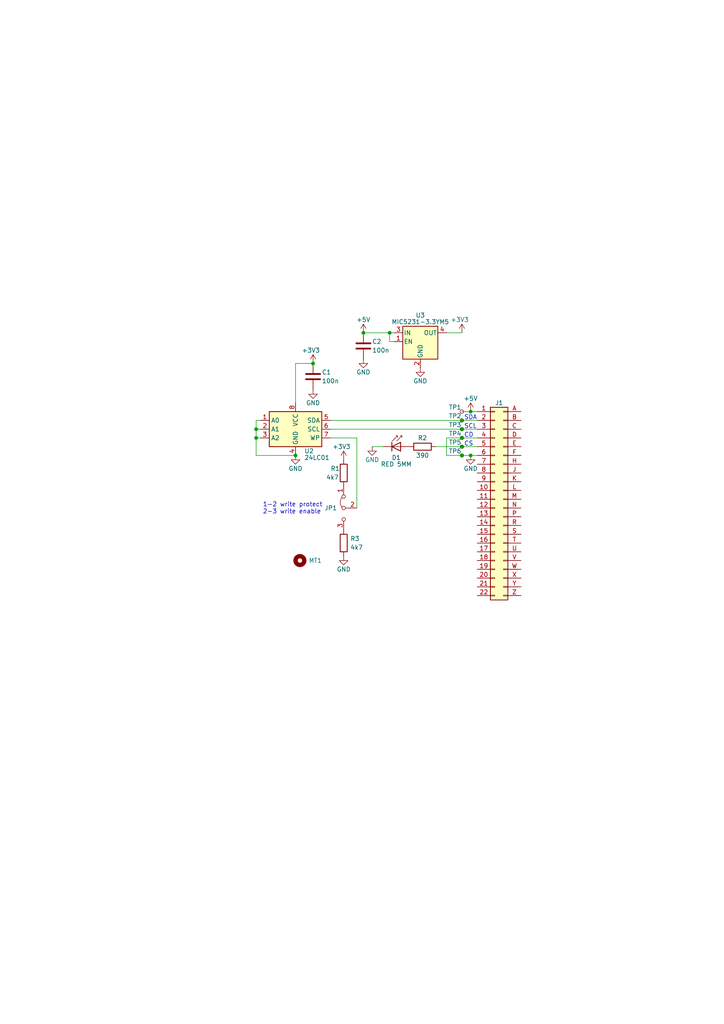
<source format=kicad_sch>
(kicad_sch (version 20230121) (generator eeschema)
  (paper "A4" portrait)
  (title_block (title "Versa64Cart") (date "2017-06-27") (rev "1.1") (comment 1 "Circuits drawn by BWACK") (comment 2 "Based on Jim Brain's Simple64Cart"))
  (lib_symbols
    (symbol "Connector:TestPoint_Small" (pin_numbers hide) (pin_names (offset 0.762) hide)
      (property "Reference" "TP" (at 0 3.81 0))
      (property "Value" "TestPoint_Small" (at 0 2.032 0))
      (symbol "TestPoint_Small_0_1"
        (circle (center 0 0) (radius 0.508))
      )
      (symbol "TestPoint_Small_1_1"
        (pin passive line (at 0 0 90) (length 0) (name "1") (number "1"))
      )
    )
    (symbol "Connector_Generic:Conn_02x22_Odd_Even" (pin_names (offset 1.016) hide)
      (property "Reference" "J1" (at 1.27 28.575 0))
      (symbol "Conn_02x22_Odd_Even_1_1"
        (rectangle (start -1.27 -27.813) (end 0 -28.067) (stroke (width 0.1524)))
        (rectangle (start -1.27 -25.273) (end 0 -25.527) (stroke (width 0.1524)))
        (rectangle (start -1.27 -22.733) (end 0 -22.987) (stroke (width 0.1524)))
        (rectangle (start -1.27 -20.193) (end 0 -20.447) (stroke (width 0.1524)))
        (rectangle (start -1.27 -17.653) (end 0 -17.907) (stroke (width 0.1524)))
        (rectangle (start -1.27 -15.113) (end 0 -15.367) (stroke (width 0.1524)))
        (rectangle (start -1.27 -12.573) (end 0 -12.827) (stroke (width 0.1524)))
        (rectangle (start -1.27 -10.033) (end 0 -10.287) (stroke (width 0.1524)))
        (rectangle (start -1.27 -7.493) (end 0 -7.747) (stroke (width 0.1524)))
        (rectangle (start -1.27 -4.953) (end 0 -5.207) (stroke (width 0.1524)))
        (rectangle (start -1.27 -2.413) (end 0 -2.667) (stroke (width 0.1524)))
        (rectangle (start -1.27 0.127) (end 0 -0.127) (stroke (width 0.1524)))
        (rectangle (start -1.27 2.667) (end 0 2.413) (stroke (width 0.1524)))
        (rectangle (start -1.27 5.207) (end 0 4.953) (stroke (width 0.1524)))
        (rectangle (start -1.27 7.747) (end 0 7.493) (stroke (width 0.1524)))
        (rectangle (start -1.27 10.287) (end 0 10.033) (stroke (width 0.1524)))
        (rectangle (start -1.27 12.827) (end 0 12.573) (stroke (width 0.1524)))
        (rectangle (start -1.27 15.367) (end 0 15.113) (stroke (width 0.1524)))
        (rectangle (start -1.27 17.907) (end 0 17.653) (stroke (width 0.1524)))
        (rectangle (start -1.27 20.447) (end 0 20.193) (stroke (width 0.1524)))
        (rectangle (start -1.27 22.987) (end 0 22.733) (stroke (width 0.1524)))
        (rectangle (start -1.27 25.527) (end 0 25.273) (stroke (width 0.1524)))
        (rectangle (start -1.27 26.67) (end 3.81 -29.21) (stroke (width 0.254)) (fill (type background)))
        (rectangle (start 3.81 -27.813) (end 2.54 -28.067) (stroke (width 0.1524)))
        (rectangle (start 3.81 -25.273) (end 2.54 -25.527) (stroke (width 0.1524)))
        (rectangle (start 3.81 -22.733) (end 2.54 -22.987) (stroke (width 0.1524)))
        (rectangle (start 3.81 -20.193) (end 2.54 -20.447) (stroke (width 0.1524)))
        (rectangle (start 3.81 -17.653) (end 2.54 -17.907) (stroke (width 0.1524)))
        (rectangle (start 3.81 -15.113) (end 2.54 -15.367) (stroke (width 0.1524)))
        (rectangle (start 3.81 -12.573) (end 2.54 -12.827) (stroke (width 0.1524)))
        (rectangle (start 3.81 -10.033) (end 2.54 -10.287) (stroke (width 0.1524)))
        (rectangle (start 3.81 -7.493) (end 2.54 -7.747) (stroke (width 0.1524)))
        (rectangle (start 3.81 -4.953) (end 2.54 -5.207) (stroke (width 0.1524)))
        (rectangle (start 3.81 -2.413) (end 2.54 -2.667) (stroke (width 0.1524)))
        (rectangle (start 3.81 0.127) (end 2.54 -0.127) (stroke (width 0.1524)))
        (rectangle (start 3.81 2.667) (end 2.54 2.413) (stroke (width 0.1524)))
        (rectangle (start 3.81 5.207) (end 2.54 4.953) (stroke (width 0.1524)))
        (rectangle (start 3.81 7.747) (end 2.54 7.493) (stroke (width 0.1524)))
        (rectangle (start 3.81 10.287) (end 2.54 10.033) (stroke (width 0.1524)))
        (rectangle (start 3.81 12.827) (end 2.54 12.573) (stroke (width 0.1524)))
        (rectangle (start 3.81 15.367) (end 2.54 15.113) (stroke (width 0.1524)))
        (rectangle (start 3.81 17.907) (end 2.54 17.653) (stroke (width 0.1524)))
        (rectangle (start 3.81 20.447) (end 2.54 20.193) (stroke (width 0.1524)))
        (rectangle (start 3.81 22.987) (end 2.54 22.733) (stroke (width 0.1524)))
        (rectangle (start 3.81 25.527) (end 2.54 25.273) (stroke (width 0.1524)))
        (pin passive line (at -5.08 25.4 0) (length 3.81) (name "") (number "1"))
        (pin passive line (at -5.08 2.54 0) (length 3.81) (name "") (number "10"))
        (pin passive line (at -5.08 0 0) (length 3.81) (name "") (number "11"))
        (pin passive line (at -5.08 -2.54 0) (length 3.81) (name "") (number "12"))
        (pin passive line (at -5.08 -5.08 0) (length 3.81) (name "") (number "13"))
        (pin passive line (at -5.08 -7.62 0) (length 3.81) (name "") (number "14"))
        (pin passive line (at -5.08 -10.16 0) (length 3.81) (name "") (number "15"))
        (pin passive line (at -5.08 -12.7 0) (length 3.81) (name "") (number "16"))
        (pin passive line (at -5.08 -15.24 0) (length 3.81) (name "") (number "17"))
        (pin passive line (at -5.08 -17.78 0) (length 3.81) (name "") (number "18"))
        (pin passive line (at -5.08 -20.32 0) (length 3.81) (name "") (number "19"))
        (pin passive line (at -5.08 22.86 0) (length 3.81) (name "") (number "2"))
        (pin passive line (at -5.08 -22.86 0) (length 3.81) (name "") (number "20"))
        (pin passive line (at -5.08 -25.4 0) (length 3.81) (name "") (number "21"))
        (pin passive line (at -5.08 -27.94 0) (length 3.81) (name "") (number "22"))
        (pin passive line (at -5.08 20.32 0) (length 3.81) (name "") (number "3"))
        (pin passive line (at -5.08 17.78 0) (length 3.81) (name "") (number "4"))
        (pin passive line (at -5.08 15.24 0) (length 3.81) (name "") (number "5"))
        (pin passive line (at -5.08 12.7 0) (length 3.81) (name "") (number "6"))
        (pin passive line (at -5.08 10.16 0) (length 3.81) (name "") (number "7"))
        (pin passive line (at -5.08 7.62 0) (length 3.81) (name "") (number "8"))
        (pin passive line (at -5.08 5.08 0) (length 3.81) (name "") (number "9"))
        (pin passive line (at 7.62 25.4 180) (length 3.81) (name "") (number "A"))
        (pin passive line (at 7.62 22.86 180) (length 3.81) (name "") (number "B"))
        (pin passive line (at 7.62 20.32 180) (length 3.81) (name "") (number "C"))
        (pin passive line (at 7.62 17.78 180) (length 3.81) (name "") (number "D"))
        (pin passive line (at 7.62 15.24 180) (length 3.81) (name "") (number "E"))
        (pin passive line (at 7.62 12.7 180) (length 3.81) (name "") (number "F"))
        (pin passive line (at 7.62 10.16 180) (length 3.81) (name "") (number "H"))
        (pin passive line (at 7.62 7.62 180) (length 3.81) (name "") (number "J"))
        (pin passive line (at 7.62 5.08 180) (length 3.81) (name "") (number "K"))
        (pin passive line (at 7.62 2.54 180) (length 3.81) (name "") (number "L"))
        (pin passive line (at 7.62 0 180) (length 3.81) (name "") (number "M"))
        (pin passive line (at 7.62 -2.54 180) (length 3.81) (name "") (number "N"))
        (pin passive line (at 7.62 -5.08 180) (length 3.81) (name "") (number "P"))
        (pin passive line (at 7.62 -7.62 180) (length 3.81) (name "") (number "R"))
        (pin passive line (at 7.62 -10.16 180) (length 3.81) (name "") (number "S"))
        (pin passive line (at 7.62 -12.7 180) (length 3.81) (name "") (number "T"))
        (pin passive line (at 7.62 -15.24 180) (length 3.81) (name "") (number "U"))
        (pin passive line (at 7.62 -17.78 180) (length 3.81) (name "") (number "V"))
        (pin passive line (at 7.62 -20.32 180) (length 3.81) (name "") (number "W"))
        (pin passive line (at 7.62 -22.86 180) (length 3.81) (name "") (number "X"))
        (pin passive line (at 7.62 -25.4 180) (length 3.81) (name "") (number "Y"))
        (pin passive line (at 7.62 -27.94 180) (length 3.81) (name "") (number "Z"))
      )
    )
    (symbol "Device:C" (pin_numbers hide) (pin_names (offset 0.254))
      (property "Reference" "C" (at 0.635 2.54 0))
      (property "Value" "C" (at 0.635 -2.54 0))
      (symbol "C_0_1"
        (polyline (pts (xy -2.032 -0.762) (xy 2.032 -0.762)) (stroke (width 0.508)))
        (polyline (pts (xy -2.032 0.762) (xy 2.032 0.762)) (stroke (width 0.508)))
      )
      (symbol "C_1_1"
        (pin passive line (at 0 3.81 270) (length 2.794) (name "~") (number "1"))
        (pin passive line (at 0 -3.81 90) (length 2.794) (name "~") (number "2"))
      )
    )
    (symbol "Device:R" (pin_numbers hide) (pin_names (offset 0))
      (property "Reference" "R" (at 2.032 0 90))
      (property "Value" "R" (at 0 0 90))
      (symbol "R_0_1"
        (rectangle (start -1.016 -2.54) (end 1.016 2.54) (stroke (width 0.254)))
      )
      (symbol "R_1_1"
        (pin passive line (at 0 3.81 270) (length 1.27) (name "~") (number "1"))
        (pin passive line (at 0 -3.81 90) (length 1.27) (name "~") (number "2"))
      )
    )
    (symbol "Jumper:Jumper_3_Bridged12" (pin_names (offset 0) hide)
      (property "Reference" "JP" (at -2.54 -2.54 0))
      (property "Value" "Jumper_3_Bridged12" (at 0 2.794 0))
      (symbol "Jumper_3_Bridged12_0_0"
        (circle (center -3.302 0) (radius 0.508))
        (circle (center 0 0) (radius 0.508))
        (circle (center 3.302 0) (radius 0.508))
      )
      (symbol "Jumper_3_Bridged12_0_1"
        (arc (start -0.254 0.508) (mid -1.651 0.9912) (end -3.048 0.508))
        (polyline (pts (xy 0 -1.27) (xy 0 -0.508)))
      )
      (symbol "Jumper_3_Bridged12_1_1"
        (pin passive line (at -6.35 0 0) (length 2.54) (name "A") (number "1"))
        (pin passive line (at 0 -3.81 90) (length 2.54) (name "C") (number "2"))
        (pin passive line (at 6.35 0 180) (length 2.54) (name "B") (number "3"))
      )
    )
    (symbol "LED:LD271" (pin_numbers hide) (pin_names (offset 1.016) hide)
      (property "Reference" "D" (at 0.508 1.778 0))
      (property "Value" "LD271" (at -1.016 -2.794 0))
      (symbol "LD271_0_1"
        (polyline (pts (xy -2.54 1.27) (xy -2.54 -1.27)) (stroke (width 0.254)))
        (polyline (pts (xy 0 0) (xy -2.54 0)))
        (polyline (pts (xy 0.381 3.175) (xy -0.127 3.175)))
        (polyline (pts (xy -1.143 1.651) (xy 0.381 3.175) (xy 0.381 2.667)))
        (polyline (pts (xy 0 -1.27) (xy -2.54 0) (xy 0 1.27) (xy 0 -1.27)) (stroke (width 0.254)))
        (polyline (pts (xy -2.413 1.651) (xy -0.889 3.175) (xy -0.889 2.667) (xy -0.889 3.175) (xy -1.397 3.175)))
      )
      (symbol "LD271_1_1"
        (pin passive line (at -5.08 0 0) (length 2.54) (name "K") (number "1"))
        (pin passive line (at 2.54 0 180) (length 2.54) (name "A") (number "2"))
      )
    )
    (symbol "Mechanical:MountingHole" (pin_names (offset 1.016))
      (property "Reference" "H" (at 0 5.08 0))
      (property "Value" "MountingHole" (at 0 3.175 0))
      (symbol "MountingHole_0_1"
        (circle (center 0 0) (radius 1.27) (stroke (width 1.27)))
      )
    )
    (symbol "Memory_EEPROM:24LC01"
      (property "Reference" "U" (at -6.35 6.35 0))
      (property "Value" "24LC01" (at 1.27 6.35 0))
      (symbol "24LC01_1_1"
        (rectangle (start -7.62 5.08) (end 7.62 -5.08) (stroke (width 0.254)) (fill (type background)))
        (pin input line (at -10.16 2.54 0) (length 2.54) (name "A0") (number "1"))
        (pin input line (at -10.16 0 0) (length 2.54) (name "A1") (number "2"))
        (pin input line (at -10.16 -2.54 0) (length 2.54) (name "A2") (number "3"))
        (pin power_in line (at 0 -7.62 90) (length 2.54) (name "GND") (number "4"))
        (pin bidirectional line (at 10.16 2.54 180) (length 2.54) (name "SDA") (number "5"))
        (pin input line (at 10.16 0 180) (length 2.54) (name "SCL") (number "6"))
        (pin input line (at 10.16 -2.54 180) (length 2.54) (name "WP") (number "7"))
        (pin power_in line (at 0 7.62 270) (length 2.54) (name "VCC") (number "8"))
      )
    )
    (symbol "Regulator_Linear:MIC5205-3.3YM5" (pin_names (offset 0.254))
      (property "Reference" "U3" (at 0 9.525 0))
      (property "Value" "MIC5205-3.3YM5" (at 0 6.985 0))
      (symbol "MIC5205-3.3YM5_0_1"
        (rectangle (start -5.08 4.445) (end 5.08 -5.08) (stroke (width 0.254)) (fill (type background)))
      )
      (symbol "MIC5205-3.3YM5_1_1"
        (pin input line (at -7.62 0 0) (length 2.54) (name "EN") (number "1"))
        (pin power_in line (at 0 -7.62 90) (length 2.54) (name "GND") (number "2"))
        (pin power_in line (at -7.62 2.54 0) (length 2.54) (name "IN") (number "3"))
        (pin power_out line (at 7.62 2.54 180) (length 2.54) (name "OUT") (number "4"))
      )
    )
    (symbol "power:+3V3" (power) (pin_names (offset 0))
      (property "Value" "+3V3" (at 0 3.556 0))
      (symbol "+3V3_0_1"
        (polyline (pts (xy -0.762 1.27) (xy 0 2.54)))
        (polyline (pts (xy 0 0) (xy 0 2.54)))
        (polyline (pts (xy 0 2.54) (xy 0.762 1.27)))
      )
      (symbol "+3V3_1_1"
        (pin power_in line (at 0 0 90) (length 0) hide (name "+3V3") (number "1"))
      )
    )
    (symbol "power:+5V" (power) (pin_names (offset 0))
      (property "Value" "+5V" (at 0 3.556 0))
      (symbol "+5V_0_1"
        (polyline (pts (xy -0.762 1.27) (xy 0 2.54)))
        (polyline (pts (xy 0 0) (xy 0 2.54)))
        (polyline (pts (xy 0 2.54) (xy 0.762 1.27)))
      )
      (symbol "+5V_1_1"
        (pin power_in line (at 0 0 90) (length 0) hide (name "+5V") (number "1"))
      )
    )
    (symbol "power:GND" (power) (pin_names (offset 0))
      (property "Value" "GND" (at 0 -3.81 0))
      (symbol "GND_0_1"
        (polyline (pts (xy 0 0) (xy 0 -1.27) (xy 1.27 -1.27) (xy 0 -2.54) (xy -1.27 -1.27) (xy 0 -1.27)))
      )
      (symbol "GND_1_1"
        (pin power_in line (at 0 0 270) (length 0) hide (name "GND") (number "1"))
      )
    )
  )
  (junction (at 133.985 132.08))
  (junction (at 74.295 124.46))
  (junction (at 133.985 124.46))
  (junction (at 136.525 132.08))
  (junction (at 113.03 96.52))
  (junction (at 74.295 127))
  (junction (at 85.725 132.08))
  (junction (at 136.525 119.38))
  (junction (at 133.985 121.92))
  (junction (at 133.985 129.54))
  (junction (at 133.985 127))
  (junction (at 90.805 105.41))
  (junction (at 105.41 96.52))
  (wire (pts (xy 107.95 129.54) (xy 111.125 129.54)))
  (wire (pts (xy 95.885 127) (xy 103.505 127)))
  (wire (pts (xy 133.985 127) (xy 138.43 127)))
  (wire (pts (xy 90.805 105.41) (xy 85.725 105.41)))
  (wire (pts (xy 74.295 124.46) (xy 75.565 124.46)))
  (wire (pts (xy 74.295 132.08) (xy 85.725 132.08)))
  (wire (pts (xy 133.985 129.54) (xy 126.365 129.54)))
  (wire (pts (xy 113.03 96.52) (xy 114.3 96.52)))
  (wire (pts (xy 136.525 119.38) (xy 138.43 119.38)))
  (wire (pts (xy 133.985 129.54) (xy 138.43 129.54)))
  (wire (pts (xy 133.985 127) (xy 129.54 127)))
  (wire (pts (xy 133.985 121.92) (xy 138.43 121.92)))
  (wire (pts (xy 129.54 127) (xy 129.54 132.08)))
  (wire (pts (xy 85.725 105.41) (xy 85.725 116.84)))
  (wire (pts (xy 113.03 96.52) (xy 113.03 99.06)))
  (wire (pts (xy 129.54 132.08) (xy 133.985 132.08)))
  (wire (pts (xy 133.985 119.38) (xy 136.525 119.38)))
  (wire (pts (xy 74.295 121.92) (xy 74.295 124.46)))
  (wire (pts (xy 95.885 121.92) (xy 133.985 121.92)))
  (wire (pts (xy 114.3 99.06) (xy 113.03 99.06)))
  (wire (pts (xy 133.985 132.08) (xy 136.525 132.08)))
  (wire (pts (xy 103.505 127) (xy 103.505 147.32)))
  (wire (pts (xy 74.295 127) (xy 74.295 132.08)))
  (wire (pts (xy 95.885 124.46) (xy 133.985 124.46)))
  (wire (pts (xy 75.565 121.92) (xy 74.295 121.92)))
  (wire (pts (xy 133.985 124.46) (xy 138.43 124.46)))
  (wire (pts (xy 136.525 132.08) (xy 138.43 132.08)))
  (wire (pts (xy 74.295 124.46) (xy 74.295 127)))
  (wire (pts (xy 129.54 96.52) (xy 133.985 96.52)))
  (wire (pts (xy 105.41 96.52) (xy 113.03 96.52)))
  (wire (pts (xy 74.295 127) (xy 75.565 127)))
  (text "CS" (at 134.62 129.54 0) (effects (font (size 1.27 1.27)) (justify left bottom)))
  (text "SDA" (at 134.62 121.92 0) (effects (font (size 1.27 1.27)) (justify left bottom)))
  (text "SCL" (at 134.62 124.46 0) (effects (font (size 1.27 1.27)) (justify left bottom)))
  (text "1-2 write protect\n2-3 write enable" (at 76.2 149.225 0) (effects (font (size 1.27 1.27)) (justify left bottom)))
  (text "CD" (at 134.62 127 0) (effects (font (size 1.27 1.27)) (justify left bottom)))
  (symbol (lib_id "power:GND") (at 85.725 132.08 0) (unit 1)
    (property "Reference" "#PWR01" (effects hide))
    (property "Value" "GND" (at 85.725 135.89 0))
  )
  (symbol (lib_id "Connector_Generic:Conn_02x22_Odd_Even") (at 143.51 144.78 0) (unit 1)
    (property "Reference" "J1" (at 144.78 116.84 0))
    (property "Value" "Conn_02x22_Odd_Even" (effects hide))
    (property "Footprint" "cartridge:C64_EXPANSION_PORT" (effects hide))
  )
  (symbol (lib_id "Connector:TestPoint_Small") (at 133.985 121.92 0) (unit 1)
    (property "Reference" "TP2" (at 130.175 120.65 0) (effects (justify left)))
    (property "Value" "TestPoint_Small" (effects hide))
    (property "Footprint" "TestPoint:TestPoint_THTPad_D1.5mm_Drill0.7mm" (effects hide))
  )
  (symbol (lib_id "power:GND") (at 99.695 161.29 0) (unit 1)
    (property "Reference" "#PWR08" (effects hide))
    (property "Value" "GND" (at 99.695 165.1 0))
  )
  (symbol (lib_id "power:+3V3") (at 90.805 105.41 0) (unit 1)
    (property "Reference" "#PWR015" (effects hide))
    (property "Value" "+3V3" (at 90.17 101.6 0))
  )
  (symbol (lib_id "Connector:TestPoint_Small") (at 133.985 129.54 0) (unit 1)
    (property "Reference" "TP5" (at 130.175 128.27 0) (effects (justify left)))
    (property "Value" "TestPoint_Small" (effects hide))
    (property "Footprint" "TestPoint:TestPoint_THTPad_D1.5mm_Drill0.7mm" (effects hide))
  )
  (symbol (lib_id "power:GND") (at 107.95 129.54 0) (unit 1)
    (property "Reference" "#PWR05" (effects hide))
    (property "Value" "GND" (at 107.95 133.35 0))
  )
  (symbol (lib_id "Jumper:Jumper_3_Bridged12") (at 99.695 147.32 90) (mirror x) (unit 1)
    (property "Reference" "JP1" (at 97.79 147.32 90) (effects (justify left)))
    (property "Value" "Jumper_3_Bridged12" (effects hide))
    (property "Footprint" "Connector_PinHeader_2.54mm:PinHeader_1x03_P2.54mm_Horizontal" (effects hide))
  )
  (symbol (lib_id "power:+5V") (at 105.41 96.52 0) (unit 1)
    (property "Reference" "#PWR016" (effects hide))
    (property "Value" "+5V" (at 105.41 92.71 0))
  )
  (symbol (lib_id "power:GND") (at 105.41 104.14 0) (unit 1)
    (property "Reference" "#PWR017" (effects hide))
    (property "Value" "GND" (at 105.41 107.95 0))
  )
  (symbol (lib_id "Connector:TestPoint_Small") (at 133.985 132.08 0) (unit 1)
    (property "Reference" "TP6" (at 130.175 130.81 0) (effects (justify left)))
    (property "Value" "TestPoint_Small" (effects hide))
    (property "Footprint" "TestPoint:TestPoint_THTPad_D1.5mm_Drill0.7mm" (effects hide))
  )
  (symbol (lib_id "Device:C") (at 90.805 109.22 180) (unit 1)
    (property "Reference" "C1" (at 93.345 107.95 0) (effects (justify right)))
    (property "Value" "100n" (at 93.345 110.49 0) (effects (justify right)))
    (property "Footprint" "Capacitor_SMD:C_0603_1608Metric" (effects hide))
  )
  (symbol (lib_id "Connector:TestPoint_Small") (at 133.985 124.46 0) (unit 1)
    (property "Reference" "TP3" (at 130.175 123.19 0) (effects (justify left)))
    (property "Value" "TestPoint_Small" (effects hide))
    (property "Footprint" "TestPoint:TestPoint_THTPad_D1.5mm_Drill0.7mm" (effects hide))
  )
  (symbol (lib_id "Connector:TestPoint_Small") (at 133.985 119.38 0) (unit 1)
    (property "Reference" "TP1" (at 130.175 118.11 0) (effects (justify left)))
    (property "Value" "TestPoint_Small" (effects hide))
    (property "Footprint" "TestPoint:TestPoint_THTPad_D1.5mm_Drill0.7mm" (effects hide))
  )
  (symbol (lib_id "Memory_EEPROM:24LC01") (at 85.725 124.46 0) (unit 1)
    (property "Reference" "U2" (at 88.265 130.81 0) (effects (justify left)))
    (property "Value" "24LC01" (at 88.265 132.715 0) (effects (justify left)))
    (property "Footprint" "Package_SO:SOIC-8_3.9x4.9mm_P1.27mm" (effects hide))
    (property "Datasheet" "http://ww1.microchip.com/downloads/en/DeviceDoc/21711J.pdf" (effects hide))
  )
  (symbol (lib_id "Regulator_Linear:MIC5205-3.3YM5") (at 121.92 99.06 0) (unit 1)
    (property "Reference" "U3" (at 121.92 91.44 0))
    (property "Value" "MIC5231-3.3YM5" (at 121.92 93.345 0))
    (property "Footprint" "Package_TO_SOT_SMD:SOT-23-5" (effects hide))
    (property "Datasheet" "http://ww1.microchip.com/downloads/en/DeviceDoc/20005785A.pdf" (effects hide))
  )
  (symbol (lib_id "Mechanical:MountingHole") (at 86.995 162.56 0) (unit 1)
    (property "Reference" "MT1" (at 89.535 162.56 0) (effects (justify left)))
    (property "Value" "MountingHole" (effects hide))
    (property "Footprint" "cartridge:MountingHole_5mm" (effects hide))
  )
  (symbol (lib_id "Device:R") (at 122.555 129.54 90) (unit 1)
    (property "Reference" "R2" (at 122.555 127 90))
    (property "Value" "390" (at 122.555 132.08 90))
    (property "Footprint" "Resistor_SMD:R_0805_2012Metric" (effects hide))
  )
  (symbol (lib_id "power:+3V3") (at 99.695 133.35 0) (unit 1)
    (property "Reference" "#PWR07" (effects hide))
    (property "Value" "+3V3" (at 99.06 129.54 0))
  )
  (symbol (lib_id "power:GND") (at 136.525 132.08 0) (unit 1)
    (property "Reference" "#PWR04" (effects hide))
    (property "Value" "GND" (at 136.525 135.89 0))
  )
  (symbol (lib_id "Device:C") (at 105.41 100.33 180) (unit 1)
    (property "Reference" "C2" (at 107.95 99.06 0) (effects (justify right)))
    (property "Value" "100n" (at 107.95 101.6 0) (effects (justify right)))
    (property "Footprint" "Capacitor_SMD:C_0603_1608Metric" (effects hide))
  )
  (symbol (lib_id "LED:LD271") (at 116.205 129.54 0) (unit 1)
    (property "Reference" "D1" (at 114.935 132.715 0))
    (property "Value" "RED 5MM" (at 114.935 134.62 0))
    (property "Footprint" "LED_THT:LED_D5.0mm_IRGrey" (effects hide))
    (property "Datasheet" "http://www.alliedelec.com/m/d/40788c34903a719969df15f1fbea1056.pdf" (effects hide))
  )
  (symbol (lib_id "Device:R") (at 99.695 157.48 0) (unit 1)
    (property "Reference" "R3" (at 101.6 156.21 0) (effects (justify left)))
    (property "Value" "4k7" (at 101.6 158.75 0) (effects (justify left)))
    (property "Footprint" "Resistor_SMD:R_0805_2012Metric" (effects hide))
  )
  (symbol (lib_id "power:GND") (at 90.805 113.03 0) (unit 1)
    (property "Reference" "#PWR02" (effects hide))
    (property "Value" "GND" (at 90.805 116.84 0))
  )
  (symbol (lib_id "power:+3V3") (at 133.985 96.52 0) (unit 1)
    (property "Reference" "#PWR06" (effects hide))
    (property "Value" "+3V3" (at 133.35 92.71 0))
  )
  (symbol (lib_id "Connector:TestPoint_Small") (at 133.985 127 0) (unit 1)
    (property "Reference" "TP4" (at 130.175 125.73 0) (effects (justify left)))
    (property "Value" "TestPoint_Small" (effects hide))
    (property "Footprint" "TestPoint:TestPoint_THTPad_D1.5mm_Drill0.7mm" (effects hide))
  )
  (symbol (lib_id "power:+5V") (at 136.525 119.38 0) (unit 1)
    (property "Reference" "#PWR03" (effects hide))
    (property "Value" "+5V" (at 136.525 115.57 0))
  )
  (symbol (lib_id "Device:R") (at 99.695 137.16 0) (unit 1)
    (property "Reference" "R1" (at 95.885 135.89 0) (effects (justify left)))
    (property "Value" "4k7" (at 94.615 138.43 0) (effects (justify left)))
    (property "Footprint" "Resistor_SMD:R_0805_2012Metric" (effects hide))
  )
  (symbol (lib_id "power:GND") (at 121.92 106.68 0) (unit 1)
    (property "Reference" "#PWR014" (effects hide))
    (property "Value" "GND" (at 121.92 110.49 0))
  )
)
</source>
